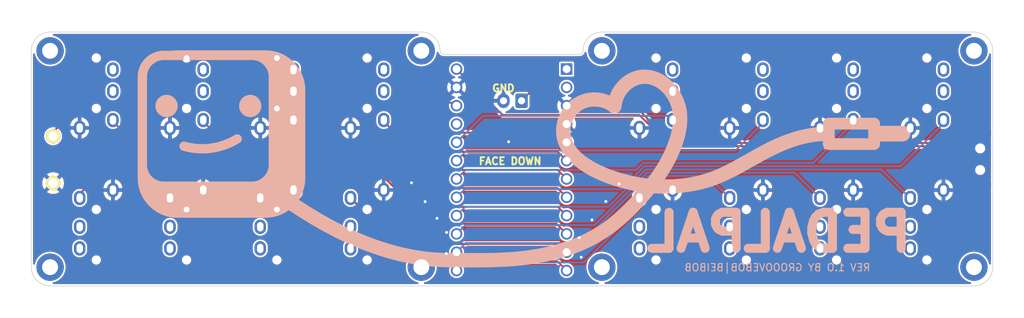
<source format=kicad_pcb>
(kicad_pcb (version 20211014) (generator pcbnew)
  (title_block (title "PedalPal") (date "2022-06-22") (rev "1.0") (company "BeiBob"))
  (layers (0 "F.Cu" signal) (31 "B.Cu" signal) (34 "B.Paste" user) (35 "F.Paste" user) (36 "B.SilkS" user "B.Silkscreen") (37 "F.SilkS" user "F.Silkscreen") (38 "B.Mask" user) (39 "F.Mask" user) (44 "Edge.Cuts" user))
  (net 0 "")
  (net 1 "BAT")
  (net 2 "GND")
  (net 3 "U1")
  (net 4 "U2")
  (net 5 "U3")
  (net 6 "U4")
  (net 7 "U5")
  (net 8 "U6")
  (net 9 "U7")
  (net 10 "U16")
  (net 11 "U15")
  (net 12 "U14")
  (net 13 "U13")
  (net 14 "U12")
  (net 15 "U11")
  (net 16 "U10")
  (net 17 "U9")
  (net 19 "RST")
  (net 20 "U8")
  (net 31 "RAW")
  (footprint "resetswitch:TRRS-PJ-320A" (layer "F.Cu") (at 142.4825 17.9)
    (fp_text reference "U12")
    (fp_text value "TRRS")
  )
  (footprint "MountingHole:MountingHole_2.2mm_M2_DIN965_Pad" (layer "F.Cu") (at 21.0825 18.5)
    (fp_text reference "H3")
    (fp_text value "MountingHole_Pad")
  )
  (footprint "resetswitch:TRRS-PJ-320A" (layer "F.Cu") (at 104.9825 49.1 180)
    (fp_text reference "U16")
    (fp_text value "TRRS")
  )
  (footprint "resetswitch:TRRS-PJ-320A" (layer "F.Cu") (at 52.4825 17.9)
    (fp_text reference "U2")
    (fp_text value "TRRS")
  )
  (footprint "MountingHole:MountingHole_2.2mm_M2_DIN965_Pad" (layer "F.Cu") (at 72.4825 18.5)
    (fp_text reference "H6")
    (fp_text value "MountingHole_Pad")
  )
  (footprint "MountingHole:MountingHole_2.2mm_M2_DIN965_Pad" (layer "F.Cu") (at 149 48.5)
    (fp_text reference "H1")
    (fp_text value "MountingHole_Pad")
  )
  (footprint "Button_Switch_SMD:SW_SPDT_PCM12" (layer "F.Cu") (at 149.5375 33.53 90)
    (fp_text reference "SW2")
    (fp_text value "SW_Push_SPDT")
  )
  (footprint "resetswitch:TRRS-PJ-320A" (layer "F.Cu") (at 142.4825 49.1 180)
    (fp_text reference "U13")
    (fp_text value "TRRS")
  )
  (footprint "resetswitch:TRRS-PJ-320A" (layer "F.Cu") (at 117.4825 17.9)
    (fp_text reference "U10")
    (fp_text value "TRRS")
  )
  (footprint "Connector_JST:JST_EH_B2B-EH-A_1x02_P2.50mm_Vertical" (layer "F.Cu") (at 86.36 25.43 180)
    (fp_text reference "J1")
    (fp_text value "Conn_01x02_Male")
  )
  (footprint "resetswitch:TRRS-PJ-320A" (layer "F.Cu") (at 27.4825 49.1 180)
    (fp_text reference "U5")
    (fp_text value "TRRS")
  )
  (footprint "resetswitch:TRRS-PJ-320A" (layer "F.Cu") (at 52.4825 49.1 180)
    (fp_text reference "U7")
    (fp_text value "TRRS")
  )
  (footprint "MountingHole:MountingHole_2.2mm_M2_DIN965_Pad" (layer "F.Cu") (at 21.0825 48.5)
    (fp_text reference "H4")
    (fp_text value "MountingHole_Pad")
  )
  (footprint "MountingHole:MountingHole_2.2mm_M2_DIN965_Pad" (layer "F.Cu") (at 72.4825 48.5)
    (fp_text reference "H5")
    (fp_text value "MountingHole_Pad")
  )
  (footprint "MountingHole:MountingHole_2.2mm_M2_DIN965_Pad" (layer "F.Cu") (at 149 18.5)
    (fp_text reference "H2")
    (fp_text value "MountingHole_Pad")
  )
  (footprint "resetswitch:TRRS-PJ-320A" (layer "F.Cu") (at 104.9825 17.9)
    (fp_text reference "U9")
    (fp_text value "TRRS")
  )
  (footprint "MountingHole:MountingHole_2.2mm_M2_DIN965_Pad" (layer "F.Cu") (at 97.4825 48.5)
    (fp_text reference "H7")
    (fp_text value "MountingHole_Pad")
  )
  (footprint "resetswitch:ResetSW" (layer "F.Cu") (at 21.5 33.6 -90)
    (fp_text reference "SW1" hide)
    (fp_text value "SW_Push")
  )
  (footprint "resetswitch:TRRS-PJ-320A" (layer "F.Cu") (at 129.9825 17.9)
    (fp_text reference "U11")
    (fp_text value "TRRS")
  )
  (footprint "resetswitch:TRRS-PJ-320A" (layer "F.Cu") (at 27.4825 17.9)
    (fp_text reference "U4")
    (fp_text value "TRRS")
  )
  (footprint "resetswitch:TRRS-PJ-320A" (layer "F.Cu") (at 64.9825 17.9)
    (fp_text reference "U1")
    (fp_text value "TRRS")
  )
  (footprint "resetswitch:TRRS-PJ-320A" (layer "F.Cu") (at 39.9825 49.1 180)
    (fp_text reference "U6")
    (fp_text value "TRRS")
  )
  (footprint "MountingHole:MountingHole_2.2mm_M2_DIN965_Pad" (layer "F.Cu") (at 97.4825 18.5)
    (fp_text reference "H8")
    (fp_text value "MountingHole_Pad")
  )
  (footprint "resetswitch:TRRS-PJ-320A" (layer "F.Cu") (at 39.9825 17.9)
    (fp_text reference "U3")
    (fp_text value "TRRS")
  )
  (footprint "resetswitch:TRRS-PJ-320A" (layer "F.Cu") (at 129.9825 49.1 180)
    (fp_text reference "U14")
    (fp_text value "TRRS")
  )
  (footprint "resetswitch:TRRS-PJ-320A" (layer "F.Cu") (at 64.9825 49.1 180)
    (fp_text reference "U8")
    (fp_text value "TRRS")
  )
  (footprint "resetswitch:TRRS-PJ-320A" (layer "F.Cu") (at 117.4825 49.1 180)
    (fp_text reference "U15")
    (fp_text value "TRRS")
  )
  (footprint "ProMicrooo:ProMicro-NoSilk" (layer "B.Cu") (at 84.9825 35 -90)
    (fp_text reference "U17" hide)
    (fp_text value "ProMicro")
  )
  (gr_poly (pts (xy 48.867901 24.736039) (xy 48.939696 24.741498) (xy 49.010447 24.750488) (xy 49.080065 24.762919) (xy 49.148461 24.778704) (xy 49.215546 24.797753) (xy 49.281232 24.819977) (xy 49.34543 24.845288) (xy 49.408051 24.873597) (xy 49.469005 24.904815) (xy 49.528206 24.938853) (xy 49.585562 24.975623) (xy 49.640987 25.015035) (xy 49.694391 25.057001) (xy 49.745684 25.101432) (xy 49.794779 25.14824) (xy 49.841587 25.197335) (xy 49.886018 25.248629) (xy 49.927984 25.302032) (xy 49.967397 25.357457) (xy 50.004166 25.414813) (xy 50.038205 25.474014) (xy 50.069422 25.534969) (xy 50.097731 25.597589) (xy 50.123042 25.661787) (xy 50.145267 25.727473) (xy 50.164315 25.794558) (xy 50.1801 25.862955) (xy 50.192531 25.932572) (xy 50.201521 26.003323) (xy 50.20698 26.075119) (xy 50.208819 26.147869) (xy 50.20698 26.220629) (xy 50.201521 26.292453) (xy 50.192531 26.36325) (xy 50.1801 26.432931) (xy 50.164315 26.501404) (xy 50.145267 26.568582) (xy 50.123042 26.634372) (xy 50.097731 26.698685) (xy 50.069422 26.761432) (xy 50.038205 26.822521) (xy 50.004166 26.881864) (xy 49.967397 26.939369) (xy 49.927984 26.994947) (xy 49.886018 27.048508) (xy 49.841587 27.099961) (xy 49.794779 27.149217) (xy 49.745684 27.196186) (xy 49.694391 27.240777) (xy 49.640987 27.2829) (xy 49.585562 27.322466) (xy 49.528206 27.359384) (xy 49.469005 27.393564) (xy 49.408051 27.424917) (xy 49.34543 27.453351) (xy 49.281232 27.478778) (xy 49.215546 27.501107) (xy 49.148461 27.520247) (xy 49.080065 27.53611) (xy 49.010447 27.548604) (xy 48.939696 27.55764) (xy 48.867901 27.563127) (xy 48.79515 27.564977) (xy 48.72239 27.563127) (xy 48.650566 27.55764) (xy 48.579769 27.548604) (xy 48.510088 27.53611) (xy 48.441614 27.520247) (xy 48.374437 27.501107) (xy 48.308647 27.478778) (xy 48.244333 27.453351) (xy 48.181587 27.424917) (xy 48.120498 27.393564) (xy 48.061155 27.359384) (xy 48.00365 27.322466) (xy 47.948072 27.2829) (xy 47.894511 27.240777) (xy 47.843058 27.196186) (xy 47.793802 27.149217) (xy 47.746833 27.099961) (xy 47.702242 27.048508) (xy 47.660119 26.994947) (xy 47.620553 26.939369) (xy 47.583635 26.881864) (xy 47.549454 26.822522) (xy 47.518102 26.761432) (xy 47.489667 26.698686) (xy 47.464241 26.634372) (xy 47.441912 26.568582) (xy 47.422772 26.501405) (xy 47.406909 26.432931) (xy 47.394415 26.36325) (xy 47.385379 26.292453) (xy 47.379891 26.220629) (xy 47.378042 26.147869) (xy 47.379891 26.075119) (xy 47.385379 26.003324) (xy 47.394415 25.932573) (xy 47.406909 25.862955) (xy 47.422772 25.794559) (xy 47.441912 25.727473) (xy 47.464241 25.661787) (xy 47.489667 25.59759) (xy 47.518102 25.534969) (xy 47.549454 25.474014) (xy 47.583635 25.414814) (xy 47.620553 25.357457) (xy 47.660119 25.302032) (xy 47.702242 25.248629) (xy 47.746833 25.197335) (xy 47.793802 25.14824) (xy 47.843058 25.101433) (xy 47.894511 25.057001) (xy 47.948072 25.015035) (xy 48.00365 24.975623) (xy 48.061155 24.938853) (xy 48.120498 24.904815) (xy 48.181587 24.873597) (xy 48.244333 24.845288) (xy 48.308647 24.819977) (xy 48.374437 24.797753) (xy 48.441614 24.778704) (xy 48.510088 24.762919) (xy 48.579769 24.750488) (xy 48.650566 24.741498) (xy 48.72239 24.736039) (xy 48.79515 24.7342)) (layer "B.SilkS") (width 0.26) (fill solid))
  (gr_poly (pts (xy 37.272347 24.735838) (xy 37.340062 24.740702) (xy 37.40683 24.74871) (xy 37.47258 24.759781) (xy 37.537241 24.773835) (xy 37.600744 24.790791) (xy 37.663018 24.810568) (xy 37.723992 24.833087) (xy 37.783595 24.858266) (xy 37.841757 24.886024) (xy 37.898408 24.916282) (xy 37.953476 24.948958) (xy 38.006892 24.983972) (xy 38.058585 25.021243) (xy 38.108484 25.06069) (xy 38.156519 25.102234) (xy 38.208781 25.151954) (xy 38.258437 25.2043) (xy 38.305383 25.259154) (xy 38.349512 25.316402) (xy 38.390719 25.375927) (xy 38.428898 25.437613) (xy 38.463943 25.501346) (xy 38.495748 25.567008) (xy 38.524208 25.634483) (xy 38.549217 25.703657) (xy 38.570668 25.774413) (xy 38.588456 25.846635) (xy 38.602476 25.920208) (xy 38.612621 25.995014) (xy 38.618785 26.07094) (xy 38.620863 26.147868) (xy 38.620863 26.147869) (xy 38.618785 26.224796) (xy 38.612621 26.300722) (xy 38.602476 26.375528) (xy 38.588456 26.449101) (xy 38.570668 26.521323) (xy 38.549217 26.592079) (xy 38.524208 26.661252) (xy 38.495748 26.728728) (xy 38.463943 26.79439) (xy 38.428898 26.858122) (xy 38.390719 26.919808) (xy 38.349512 26.979334) (xy 38.305383 27.036581) (xy 38.258437 27.091436) (xy 38.208781 27.143781) (xy 38.156519 27.193501) (xy 38.108484 27.23565) (xy 38.058585 27.275628) (xy 38.006893 27.313358) (xy 37.953477 27.348766) (xy 37.898408 27.381775) (xy 37.841757 27.412311) (xy 37.783595 27.440297) (xy 37.723992 27.465658) (xy 37.663018 27.488319) (xy 37.600745 27.508203) (xy 37.537242 27.525235) (xy 37.47258 27.53934) (xy 37.40683 27.550443) (xy 37.340062 27.558466) (xy 37.272347 27.563336) (xy 37.203755 27.564976) (xy 37.131004 27.563127) (xy 37.059209 27.557639) (xy 36.988458 27.548603) (xy 36.91884 27.536109) (xy 36.850444 27.520247) (xy 36.783359 27.501106) (xy 36.717673 27.478777) (xy 36.653475 27.453351) (xy 36.590854 27.424916) (xy 36.529899 27.393564) (xy 36.470699 27.359383) (xy 36.413342 27.322465) (xy 36.357918 27.282899) (xy 36.304514 27.240776) (xy 36.253221 27.196185) (xy 36.204126 27.149216) (xy 36.157318 27.09996) (xy 36.112887 27.048507) (xy 36.070921 26.994946) (xy 36.031508 26.939368) (xy 35.994739 26.881863) (xy 35.9607 26.822521) (xy 35.929483 26.761431) (xy 35.901174 26.698685) (xy 35.875863 26.634371) (xy 35.853638 26.568581) (xy 35.83459 26.501404) (xy 35.818805 26.43293) (xy 35.806374 26.363249) (xy 35.797384 26.292452) (xy 35.791925 26.220628) (xy 35.790086 26.147868) (xy 35.791925 26.075117) (xy 35.797384 26.003322) (xy 35.806374 25.932571) (xy 35.818805 25.862953) (xy 35.83459 25.794557) (xy 35.853638 25.727472) (xy 35.875863 25.661786) (xy 35.901174 25.597588) (xy 35.929483 25.534967) (xy 35.9607 25.474012) (xy 35.994739 25.414812) (xy 36.031508 25.357455) (xy 36.070921 25.302031) (xy 36.112887 25.248627) (xy 36.157318 25.197334) (xy 36.204126 25.148239) (xy 36.253221 25.101431) (xy 36.304514 25.057) (xy 36.357918 25.015034) (xy 36.413342 24.975621) (xy 36.470699 24.938852) (xy 36.529899 24.904813) (xy 36.590854 24.873596) (xy 36.653475 24.845287) (xy 36.717673 24.819976) (xy 36.783359 24.797751) (xy 36.850444 24.778703) (xy 36.91884 24.762918) (xy 36.988458 24.750487) (xy 37.059209 24.741497) (xy 37.131004 24.736038) (xy 37.203755 24.734199)) (layer "B.SilkS") (width 0.26) (fill solid))
  (gr_poly (pts (xy 51.177403 18.567165) (xy 51.451008 18.587991) (xy 51.720649 18.622286) (xy 51.985987 18.669711) (xy 52.246681 18.729926) (xy 52.502393 18.802591) (xy 52.752784 18.887367) (xy 52.997513 18.983915) (xy 53.236241 19.091896) (xy 53.468629 19.210969) (xy 53.694337 19.340796) (xy 53.913027 19.481036) (xy 54.124357 19.631351) (xy 54.327989 19.7914) (xy 54.523584 19.960845) (xy 54.710802 20.139347) (xy 54.889303 20.326564) (xy 55.058748 20.522159) (xy 55.218798 20.725791) (xy 55.369112 20.937122) (xy 55.509353 21.155811) (xy 55.639179 21.381519) (xy 55.758252 21.613907) (xy 55.866233 21.852635) (xy 55.962781 22.097364) (xy 56.047558 22.347755) (xy 56.120223 22.603467) (xy 56.180438 22.864161) (xy 56.227862 23.129499) (xy 56.262157 23.39914) (xy 56.282983 23.672745) (xy 56.29 23.949975) (xy 56.29 36.146733) (xy 56.285954 36.355987) (xy 56.273918 36.563171) (xy 56.254041 36.768148) (xy 56.226475 36.970782) (xy 56.191372 37.170937) (xy 56.148883 37.368477) (xy 56.099158 37.563266) (xy 56.042349 37.755168) (xy 55.978608 37.944047) (xy 55.908085 38.129767) (xy 55.830931 38.312192) (xy 55.747297 38.491186) (xy 55.657336 38.666612) (xy 55.561197 38.838335) (xy 55.459033 39.006219) (xy 55.350994 39.170127) (xy 55.350391 39.172061) (xy 55.349878 39.17399) (xy 55.349467 39.175909) (xy 55.349167 39.177813) (xy 55.348987 39.179696) (xy 55.348938 39.181555) (xy 55.348966 39.182473) (xy 55.34903 39.183383) (xy 55.349133 39.184284) (xy 55.349274 39.185176) (xy 55.349456 39.186057) (xy 55.349679 39.186928) (xy 55.349945 39.187788) (xy 55.350255 39.188635) (xy 55.35061 39.18947) (xy 55.351012 39.190292) (xy 55.351462 39.1911) (xy 55.351961 39.191894) (xy 55.35251 39.192672) (xy 55.353111 39.193435) (xy 55.353765 39.194181) (xy 55.354473 39.19491) (xy 55.355236 39.195622) (xy 55.356057 39.196315) (xy 55.356935 39.196989) (xy 55.357872 39.197644) (xy 56.963943 40.233853) (xy 58.601615 41.221894) (xy 60.271211 42.153907) (xy 61.973052 43.022032) (xy 62.836166 43.42968) (xy 63.707462 43.818409) (xy 64.586981 44.187236) (xy 65.474763 44.535179) (xy 66.370849 44.861255) (xy 67.275278 45.164481) (xy 68.188091 45.443876) (xy 69.109328 45.698456) (xy 70.014885 45.921123) (xy 70.925481 46.11642) (xy 71.840672 46.283422) (xy 72.760015 46.421201) (xy 73.683066 46.528829) (xy 74.609382 46.60538) (xy 75.53852 46.649927) (xy 76.470035 46.661542) (xy 79.580708 46.67143) (xy 81.13524 46.671699) (xy 82.688804 46.647783) (xy 84.562913 46.561108) (xy 85.499058 46.488814) (xy 86.43295 46.394865) (xy 87.363357 46.277498) (xy 88.289042 46.134948) (xy 89.208772 45.965453) (xy 90.121312 45.767248) (xy 91.025428 45.538572) (xy 91.919885 45.277659) (xy 92.803449 44.982747) (xy 93.674885 44.652071) (xy 94.53296 44.28387) (xy 95.376438 43.876378) (xy 96.204084 43.427834) (xy 97.014666 42.936472) (xy 97.404145 42.679722) (xy 97.78718 42.41287) (xy 98.163938 42.136455) (xy 98.534583 41.851016) (xy 98.899284 41.557092) (xy 99.258206 41.255223) (xy 99.611514 40.945947) (xy 99.959377 40.629803) (xy 100.301959 40.307331) (xy 100.639427 39.979071) (xy 101.299686 39.307337) (xy 101.941485 38.618917) (xy 102.566153 37.918122) (xy 102.56707 37.916813) (xy 102.567889 37.915468) (xy 102.568608 37.914094) (xy 102.569231 37.912694) (xy 102.569758 37.911274) (xy 102.570191 37.909839) (xy 102.57053 37.908394) (xy 102.570777 37.906943) (xy 102.570934 37.905493) (xy 102.571001 37.904048) (xy 102.57098 37.902613) (xy 102.570872 37.901193) (xy 102.570678 37.899793) (xy 102.5704 37.898418) (xy 102.570039 37.897074) (xy 102.569595 37.895765) (xy 102.569072 37.894496) (xy 102.568468 37.893273) (xy 102.567787 37.892099) (xy 102.567029 37.890982) (xy 102.566195 37.889925) (xy 102.565287 37.888933) (xy 102.564306 37.888012) (xy 102.563253 37.887166) (xy 102.562129 37.886401) (xy 102.560937 37.885722) (xy 102.559676 37.885133) (xy 102.558348 37.88464) (xy 102.556955 37.884248) (xy 102.555498 37.883962) (xy 102.553978 37.883786) (xy 102.552396 37.883727) (xy 101.852751 37.76058) (xy 101.157539 37.615708) (xy 100.467325 37.449311) (xy 99.782673 37.261592) (xy 99.104148 37.052752) (xy 98.432314 36.822992) (xy 97.767735 36.572514) (xy 97.110977 36.301519) (xy 96.526618 36.035552) (xy 95.941412 35.739496) (xy 95.36201 35.413491) (xy 94.795064 35.057679) (xy 94.247223 34.672201) (xy 93.725138 34.257197) (xy 93.235461 33.812808) (xy 92.784842 33.339177) (xy 92.576258 33.091439) (xy 92.379932 32.836444) (xy 92.196696 32.574208) (xy 92.027381 32.304749) (xy 91.872819 32.028086) (xy 91.733841 31.744235) (xy 91.611278 31.453214) (xy 91.505962 31.155042) (xy 91.418723 30.849734) (xy 91.350394 30.537311) (xy 91.301806 30.217788) (xy 91.27379 29.891183) (xy 91.267447 29.571142) (xy 92.989597 29.571142) (xy 92.995618 29.855846) (xy 93.024735 30.139946) (xy 93.077401 30.42194) (xy 93.154071 30.700326) (xy 93.255197 30.973603) (xy 93.36946 31.222536) (xy 93.498742 31.462555) (xy 93.642021 31.693858) (xy 93.798274 31.916641) (xy 93.966478 32.1311) (xy 94.145611 32.337432) (xy 94.334649 32.535834) (xy 94.532571 32.726501) (xy 94.738352 32.909631) (xy 94.95097 33.08542) (xy 95.169403 33.254065) (xy 95.392628 33.415761) (xy 95.619621 33.570706) (xy 95.849361 33.719096) (xy 96.080824 33.861128) (xy 96.312987 33.996997) (xy 96.603203 34.157642) (xy 96.897138 34.312035) (xy 97.495235 34.602525) (xy 98.105425 34.869395) (xy 98.725853 35.113572) (xy 99.354665 35.335983) (xy 99.990008 35.537555) (xy 100.630026 35.719214) (xy 101.272867 35.881889) (xy 101.593541 35.956707) (xy 101.915746 36.026406) (xy 102.239403 36.091025) (xy 102.56443 36.150607) (xy 102.890747 36.20519) (xy 103.218273 36.254815) (xy 103.546928 36.299523) (xy 103.876631 36.339354) (xy 103.877598 36.339637) (xy 103.878564 36.339844) (xy 103.879525 36.339978) (xy 103.880481 36.340046) (xy 103.881429 36.34005) (xy 103.882368 36.339996) (xy 103.883296 36.339888) (xy 103.88421 36.33973) (xy 103.885109 36.339527) (xy 103.885991 36.339283) (xy 103.886854 36.339002) (xy 103.887697 36.338689) (xy 103.888517 36.338348) (xy 103.889312 36.337984) (xy 103.890081 36.337601) (xy 103.890821 36.337204) (xy 103.891531 36.336797) (xy 103.892209 36.336384) (xy 103.893461 36.335558) (xy 103.894563 36.334763) (xy 103.895497 36.334033) (xy 103.896251 36.333404) (xy 103.896807 36.332911) (xy 103.897271 36.332475) (xy 103.893829 36.329036) (xy 104.396781 35.655717) (xy 104.878571 34.955836) (xy 105.110158 34.596803) (xy 105.334806 34.232173) (xy 105.551968 33.862292) (xy 105.761093 33.487509) (xy 105.961632 33.108172) (xy 106.153038 32.724627) (xy 106.334759 32.337223) (xy 106.506247 31.946307) (xy 106.666953 31.552227) (xy 106.816327 31.15533) (xy 106.953821 30.755965) (xy 107.078885 30.354479) (xy 107.151991 30.095879) (xy 107.218745 29.834941) (xy 107.278595 29.571987) (xy 107.330994 29.307341) (xy 107.375392 29.041324) (xy 107.411239 28.77426) (xy 107.437987 28.506469) (xy 107.455086 28.238276) (xy 107.461988 27.970002) (xy 107.458143 27.701969) (xy 107.443001 27.434501) (xy 107.416014 27.16792) (xy 107.376632 26.902548) (xy 107.324307 26.638708) (xy 107.258488 26.376722) (xy 107.178627 26.116913) (xy 107.103613 25.908976) (xy 107.019312 25.703437) (xy 106.925952 25.500841) (xy 106.82376 25.301731) (xy 106.712962 25.106652) (xy 106.593785 24.916148) (xy 106.466455 24.730764) (xy 106.3312 24.551042) (xy 106.188247 24.377528) (xy 106.037821 24.210765) (xy 105.88015 24.051298) (xy 105.715461 23.899671) (xy 105.543979 23.756428) (xy 105.365933 23.622113) (xy 105.181548 23.49727) (xy 104.991051 23.382444) (xy 104.802096 23.282537) (xy 104.609629 23.195705) (xy 104.414168 23.122044) (xy 104.216234 23.061649) (xy 104.016344 23.014616) (xy 103.815019 22.98104) (xy 103.612776 22.961018) (xy 103.410136 22.954645) (xy 103.207616 22.962018) (xy 103.005736 22.98323) (xy 102.805015 23.018379) (xy 102.605971 23.06756) (xy 102.409125 23.130869) (xy 102.214994 23.208402) (xy 102.024098 23.300254) (xy 101.836956 23.406521) (xy 101.660283 23.522612) (xy 101.490444 23.649858) (xy 101.327899 23.787564) (xy 101.173114 23.935034) (xy 101.026552 24.091574) (xy 100.888677 24.256487) (xy 100.759951 24.42908) (xy 100.640838 24.608655) (xy 100.531803 24.794519) (xy 100.433308 24.985975) (xy 100.345818 25.182328) (xy 100.269794 25.382884) (xy 100.205703 25.586946) (xy 100.154005 25.79382) (xy 100.115166 26.002809) (xy 100.089649 26.21322) (xy 100.081092 26.285009) (xy 100.068432 26.353942) (xy 100.05184 26.419963) (xy 100.031485 26.483019) (xy 100.007538 26.543055) (xy 99.980169 26.600015) (xy 99.949547 26.653845) (xy 99.915843 26.70449) (xy 99.879226 26.751895) (xy 99.839868 26.796006) (xy 99.797937 26.836767) (xy 99.753605 26.874124) (xy 99.70704 26.908023) (xy 99.658414 26.938407) (xy 99.607895 26.965224) (xy 99.555654 26.988417) (xy 99.501862 27.007931) (xy 99.446688 27.023713) (xy 99.390302 27.035708) (xy 99.332875 27.04386) (xy 99.274575 27.048114) (xy 99.215574 27.048417) (xy 99.156042 27.044713) (xy 99.096148 27.036947) (xy 99.036063 27.025065) (xy 98.975956 27.009011) (xy 98.915998 26.988732) (xy 98.856358 26.964172) (xy 98.797207 26.935276) (xy 98.738715 26.901989) (xy 98.681052 26.864258) (xy 98.624387 26.822027) (xy 98.50921 26.735175) (xy 98.390218 26.653908) (xy 98.267668 26.57823) (xy 98.141816 26.508145) (xy 98.012918 26.443654) (xy 97.881231 26.384762) (xy 97.610513 26.283786) (xy 97.331715 26.205241) (xy 97.046885 26.149152) (xy 96.758075 26.115545) (xy 96.467336 26.104444) (xy 96.176717 26.115875) (xy 95.88827 26.149864) (xy 95.604045 26.206435) (xy 95.326094 26.285613) (xy 95.056465 26.387424) (xy 94.925413 26.446825) (xy 94.797211 26.511894) (xy 94.672115 26.582633) (xy 94.550382 26.659046) (xy 94.432267 26.741136) (xy 94.318028 26.828906) (xy 94.099919 27.021165) (xy 93.899918 27.229335) (xy 93.718479 27.451916) (xy 93.556054 27.687404) (xy 93.413099 27.9343) (xy 93.290065 28.191102) (xy 93.187407 28.456307) (xy 93.105577 28.728416) (xy 93.04503 29.005925) (xy 93.006219 29.287334) (xy 92.989597 29.571142) (xy 91.267447 29.571142) (xy 91.267177 29.557514) (xy 91.282799 29.2168) (xy 91.321486 28.869056) (xy 91.384072 28.514302) (xy 91.463829 28.188763) (xy 91.564556 27.870556) (xy 91.685457 27.560561) (xy 91.825735 27.25966) (xy 91.984596 26.968736) (xy 92.161243 26.688669) (xy 92.354879 26.420342) (xy 92.564709 26.164636) (xy 92.789936 25.922434) (xy 93.029765 25.694616) (xy 93.283399 25.482065) (xy 93.550043 25.285662) (xy 93.828899 25.106289) (xy 94.119174 24.944827) (xy 94.420069 24.802159) (xy 94.730789 24.679167) (xy 94.97313 24.598799) (xy 95.217481 24.531688) (xy 95.463435 24.477626) (xy 95.710583 24.436407) (xy 95.958518 24.407825) (xy 96.20683 24.391673) (xy 96.455112 24.387743) (xy 96.702956 24.395831) (xy 96.949954 24.415728) (xy 97.195697 24.44723) (xy 97.439778 24.490128) (xy 97.681787 24.544217) (xy 97.921318 24.609289) (xy 98.157962 24.685139) (xy 98.39131 24.771559) (xy 98.620955 24.868343) (xy 98.621932 24.868948) (xy 98.622927 24.869474) (xy 98.623937 24.869924) (xy 98.624959 24.870298) (xy 98.625992 24.8706) (xy 98.627032 24.87083) (xy 98.628077 24.870991) (xy 98.629125 24.871084) (xy 98.630172 24.871112) (xy 98.631217 24.871077) (xy 98.632257 24.870979) (xy 98.63329 24.870822) (xy 98.634312 24.870607) (xy 98.635322 24.870336) (xy 98.636317 24.870011) (xy 98.637294 24.869633) (xy 98.638251 24.869205) (xy 98.639185 24.868729) (xy 98.640094 24.868206) (xy 98.640975 24.867638) (xy 98.641826 24.867027) (xy 98.642645 24.866376) (xy 98.643428 24.865685) (xy 98.644173 24.864958) (xy 98.644878 24.864195) (xy 98.64554 24.863398) (xy 98.646157 24.86257) (xy 98.646726 24.861713) (xy 98.647245 24.860828) (xy 98.647711 24.859917) (xy 98.648121 24.858982) (xy 98.648473 24.858025) (xy 98.682983 24.75645) (xy 98.719468 24.655519) (xy 98.757968 24.555234) (xy 98.798524 24.455594) (xy 98.841176 24.356598) (xy 98.885965 24.258248) (xy 98.93293 24.160542) (xy 98.982112 24.063481) (xy 99.110245 23.828993) (xy 99.25052 23.600602) (xy 99.402424 23.378922) (xy 99.565444 23.164567) (xy 99.739064 22.958154) (xy 99.922771 22.760295) (xy 100.116052 22.571607) (xy 100.318391 22.392703) (xy 100.529276 22.224199) (xy 100.748192 22.066709) (xy 100.974625 21.920847) (xy 101.208062 21.787229) (xy 101.447988 21.666469) (xy 101.69389 21.559182) (xy 101.945253 21.465983) (xy 102.201564 21.387485) (xy 102.46216 21.325283) (xy 102.724977 21.279078) (xy 102.989336 21.248583) (xy 103.254557 21.23351) (xy 103.51996 21.233573) (xy 103.784864 21.248484) (xy 104.048589 21.277957) (xy 104.310454 21.321703) (xy 104.569781 21.379436) (xy 104.825888 21.450869) (xy 105.078095 21.535714) (xy 105.325722 21.633684) (xy 105.56809 21.744492) (xy 105.804516 21.867851) (xy 106.034323 22.003474) (xy 106.256829 22.151073) (xy 106.481279 22.316764) (xy 106.697934 22.491161) (xy 106.906659 22.673943) (xy 107.107318 22.864786) (xy 107.299774 23.063368) (xy 107.483892 23.269367) (xy 107.659535 23.48246) (xy 107.826567 23.702325) (xy 107.984852 23.928639) (xy 108.134255 24.161079) (xy 108.274639 24.399324) (xy 108.405869 24.643051) (xy 108.527807 24.891937) (xy 108.640318 25.14566) (xy 108.743267 25.403897) (xy 108.836516 25.666327) (xy 108.928182 25.965001) (xy 109.004893 26.267354) (xy 109.067175 26.57287) (xy 109.11555 26.881037) (xy 109.150543 27.19134) (xy 109.172678 27.503266) (xy 109.182479 27.8163) (xy 109.180471 28.129928) (xy 109.167176 28.443637) (xy 109.143119 28.756913) (xy 109.108824 29.069242) (xy 109.064815 29.380109) (xy 109.011616 29.689001) (xy 108.949751 29.995405) (xy 108.879745 30.298805) (xy 108.80212 30.598689) (xy 108.689719 30.987029) (xy 108.566863 31.37289) (xy 108.4339 31.756132) (xy 108.291178 32.136612) (xy 108.139044 32.51419) (xy 107.977846 32.888725) (xy 107.807932 33.260076) (xy 107.629649 33.628101) (xy 107.443345 33.99266) (xy 107.249367 34.353611) (xy 107.048063 34.710814) (xy 106.839782 35.064127) (xy 106.624869 35.413409) (xy 106.403674 35.75852) (xy 105.943825 36.435661) (xy 105.942917 36.436961) (xy 105.942128 36.438276) (xy 105.941455 36.439604) (xy 105.940895 36.440941) (xy 105.940447 36.442283) (xy 105.940106 36.443627) (xy 105.939871 36.444968) (xy 105.93974 36.446302) (xy 105.939709 36.447627) (xy 105.939777 36.448937) (xy 105.93994 36.45023) (xy 105.940197 36.451502) (xy 105.940544 36.452748) (xy 105.940979 36.453966) (xy 105.9415 36.45515) (xy 105.942105 36.456298) (xy 105.942789 36.457406) (xy 105.943552 36.45847) (xy 105.944391 36.459486) (xy 105.945302 36.46045) (xy 105.946285 36.461359) (xy 105.947335 36.462209) (xy 105.94845 36.462995) (xy 105.949629 36.463715) (xy 105.950868 36.464364) (xy 105.952165 36.464939) (xy 105.953518 36.465436) (xy 105.954923 36.465851) (xy 105.956379 36.466181) (xy 105.957882 36.466421) (xy 105.959431 36.466568) (xy 105.961023 36.466617) (xy 106.680709 36.465583) (xy 107.399468 36.438993) (xy 108.116051 36.386446) (xy 108.829208 36.307537) (xy 109.537689 36.201864) (xy 110.240244 36.069023) (xy 110.935625 35.908613) (xy 111.622582 35.720228) (xy 112.135316 35.558363) (xy 112.640764 35.379468) (xy 113.139542 35.185054) (xy 113.632263 34.976633) (xy 114.119544 34.755717) (xy 114.601997 34.523818) (xy 115.554883 34.033113) (xy 119.296293 31.933248) (xy 120.3389 31.387375) (xy 121.396261 30.884389) (xy 121.767427 30.722514) (xy 129.58751 30.722514) (xy 129.587569 30.723481) (xy 129.587742 30.724446) (xy 129.588021 30.725408) (xy 129.588397 30.726364) (xy 129.588865 30.727312) (xy 129.589415 30.728251) (xy 129.590041 30.729178) (xy 129.590735 30.730092) (xy 129.59149 30.730992) (xy 129.592297 30.731874) (xy 129.59315 30.732737) (xy 129.594041 30.733579) (xy 129.595905 30.735194) (xy 129.59783 30.736703) (xy 129.599755 30.738091) (xy 129.60162 30.739343) (xy 129.603363 30.740444) (xy 129.604925 30.741379) (xy 129.607263 30.742689) (xy 129.60815 30.743153) (xy 134.471724 30.743153) (xy 134.472691 30.743093) (xy 134.473656 30.742921) (xy 134.474617 30.742642) (xy 134.475573 30.742266) (xy 134.476521 30.741798) (xy 134.477459 30.741248) (xy 134.478387 30.740622) (xy 134.479301 30.739928) (xy 134.4802 30.739173) (xy 134.481082 30.738366) (xy 134.482788 30.736622) (xy 134.484403 30.734758) (xy 134.485912 30.732833) (xy 134.487301 30.730908) (xy 134.488553 30.729044) (xy 134.489655 30.727301) (xy 134.49059 30.725739) (xy 134.4919 30.723401) (xy 134.492364 30.722514) (xy 134.492364 29.305406) (xy 134.492305 29.304439) (xy 134.492132 29.303474) (xy 134.491854 29.302513) (xy 134.491477 29.301557) (xy 134.49101 29.300609) (xy 134.490459 29.29967) (xy 134.489833 29.298743) (xy 134.489139 29.297829) (xy 134.488385 29.29693) (xy 134.487577 29.296048) (xy 134.485834 29.294342) (xy 134.483969 29.292727) (xy 134.482044 29.291218) (xy 134.480119 29.28983) (xy 134.478255 29.288578) (xy 134.476511 29.287477) (xy 134.474949 29.286542) (xy 134.472611 29.285232) (xy 134.471724 29.284769) (xy 129.60815 29.284769) (xy 129.607183 29.284828) (xy 129.606217 29.285) (xy 129.605255 29.285279) (xy 129.604299 29.285655) (xy 129.60335 29.286123) (xy 129.602411 29.286673) (xy 129.601484 29.287299) (xy 129.600569 29.287993) (xy 129.59967 29.288748) (xy 129.598788 29.289555) (xy 129.597925 29.290408) (xy 129.597082 29.291298) (xy 129.595467 29.293163) (xy 129.593958 29.295087) (xy 129.59257 29.297012) (xy 129.591318 29.298876) (xy 129.590218 29.300619) (xy 129.589283 29.302181) (xy 129.587974 29.304519) (xy 129.58751 29.305406) (xy 129.58751 30.722514) (xy 121.767427 30.722514) (xy 121.930952 30.651196) (xy 122.469906 30.431385) (xy 123.013315 30.225843) (xy 123.561369 30.035457) (xy 124.11426 29.861113) (xy 124.67218 29.703698) (xy 125.23532 29.5641) (xy 125.803871 29.443204) (xy 126.378025 29.341897) (xy 126.957974 29.261067) (xy 127.543908 29.2016) (xy 128.13602 29.164383) (xy 128.211686 29.164383) (xy 128.211686 28.596852) (xy 128.212585 28.561287) (xy 128.215255 28.526209) (xy 128.21965 28.491657) (xy 128.225726 28.457676) (xy 128.23344 28.424307) (xy 128.242748 28.391593) (xy 128.253605 28.359575) (xy 128.265967 28.328296) (xy 128.279791 28.297797) (xy 128.295031 28.268122) (xy 128.311644 28.239312) (xy 128.329587 28.21141) (xy 128.348814 28.184458) (xy 128.369282 28.158497) (xy 128.390946 28.133571) (xy 128.413763 28.109721) (xy 128.437688 28.086989) (xy 128.462678 28.065418) (xy 128.488688 28.045051) (xy 128.515674 28.025928) (xy 128.543593 28.008093) (xy 128.572399 27.991587) (xy 128.602049 27.976453) (xy 128.632499 27.962732) (xy 128.663705 27.950468) (xy 128.695623 27.939702) (xy 128.728208 27.930477) (xy 128.761416 27.922835) (xy 128.795204 27.916817) (xy 128.829527 27.912466) (xy 128.864341 27.909825) (xy 128.899603 27.908935) (xy 135.159652 27.908935) (xy 135.196183 27.909855) (xy 135.232226 27.912585) (xy 135.267738 27.91708) (xy 135.302674 27.923298) (xy 135.336991 27.931194) (xy 135.370644 27.940723) (xy 135.403589 27.951842) (xy 135.435782 27.964506) (xy 135.467179 27.978672) (xy 135.497736 27.994295) (xy 135.527409 28.011331) (xy 135.556153 28.029737) (xy 135.583925 28.049468) (xy 135.61068 28.07048) (xy 135.636375 28.092728) (xy 135.660965 28.11617) (xy 135.684407 28.14076) (xy 135.706655 28.166456) (xy 135.727667 28.193211) (xy 135.747398 28.220983) (xy 135.765803 28.249728) (xy 135.782839 28.279401) (xy 135.798463 28.309958) (xy 135.812628 28.341355) (xy 135.825293 28.373549) (xy 135.836411 28.406494) (xy 135.845941 28.440147) (xy 135.853836 28.474464) (xy 135.860054 28.509401) (xy 135.864549 28.544914) (xy 135.867279 28.580958) (xy 135.868199 28.617489) (xy 135.868199 29.0268) (xy 135.878664 29.025664) (xy 135.889373 29.024811) (xy 135.900243 29.0242) (xy 135.911194 29.02379) (xy 135.922145 29.023542) (xy 135.933016 29.023414) (xy 135.95419 29.023361) (xy 139.036056 29.023361) (xy 139.039488 29.019919) (xy 139.083897 29.020841) (xy 139.128084 29.023587) (xy 139.171987 29.028126) (xy 139.215546 29.03443) (xy 139.258699 29.042466) (xy 139.301385 29.052205) (xy 139.343544 29.063617) (xy 139.385114 29.076672) (xy 139.426033 29.091339) (xy 139.466242 29.107588) (xy 139.505679 29.125389) (xy 139.544282 29.144711) (xy 139.581991 29.165525) (xy 139.618744 29.1878) (xy 139.654481 29.211506) (xy 139.689141 29.236612) (xy 139.722661 29.263089) (xy 139.754982 29.290906) (xy 139.786042 29.320034) (xy 139.81578 29.350441) (xy 139.844135 29.382097) (xy 139.871046 29.414973) (xy 139.896452 29.449038) (xy 139.920291 29.484262) (xy 139.942503 29.520614) (xy 139.963026 29.558065) (xy 139.9818 29.596584) (xy 139.998763 29.636141) (xy 140.013855 29.676706) (xy 140.027013 29.718248) (xy 140.038178 29.760737) (xy 140.047287 29.804143) (xy 140.056229 29.860993) (xy 140.061829 29.917334) (xy 140.064173 29.973083) (xy 140.063346 30.028152) (xy 140.059434 30.082459) (xy 140.05252 30.135917) (xy 140.04269 30.188442) (xy 140.03003 30.239949) (xy 140.014624 30.290352) (xy 139.996556 30.339566) (xy 139.975913 30.387507) (xy 139.95278 30.43409) (xy 139.92724 30.479229) (xy 139.899379 30.52284) (xy 139.869283 30.564837) (xy 139.837036 30.605136) (xy 139.802723 30.643651) (xy 139.76643 30.680297) (xy 139.728241 30.714989) (xy 139.688241 30.747643) (xy 139.646515 30.778174) (xy 139.603149 30.806495) (xy 139.558227 30.832523) (xy 139.511835 30.856172) (xy 139.464057 30.877357) (xy 139.414978 30.895993) (xy 139.364684 30.911996) (xy 139.31326 30.925279) (xy 139.260789 30.935759) (xy 139.207359 30.94335) (xy 139.153052 30.947967) (xy 139.097956 30.949525) (xy 135.871621 30.949525) (xy 135.871621 31.410429) (xy 135.870701 31.44696) (xy 135.867971 31.483004) (xy 135.863476 31.518517) (xy 135.857258 31.553454) (xy 135.849363 31.587771) (xy 135.839834 31.621424) (xy 135.828716 31.65437) (xy 135.816051 31.686563) (xy 135.801886 31.71796) (xy 135.786263 31.748517) (xy 135.769227 31.77819) (xy 135.750822 31.806935) (xy 135.731092 31.834707) (xy 135.71008 31.861463) (xy 135.687832 31.887158) (xy 135.664391 31.911748) (xy 135.639801 31.935189) (xy 135.614106 31.957438) (xy 135.587351 31.97845) (xy 135.559579 31.998181) (xy 135.530835 32.016586) (xy 135.501162 32.033623) (xy 135.470605 32.049246) (xy 135.439208 32.063412) (xy 135.407015 32.076076) (xy 135.374069 32.087195) (xy 135.340416 32.096724) (xy 135.306099 32.104619) (xy 135.271162 32.110837) (xy 135.235649 32.115333) (xy 135.199605 32.118063) (xy 135.163073 32.118982) (xy 128.923674 32.118982) (xy 128.887445 32.118053) (xy 128.851665 32.115295) (xy 128.81638 32.110755) (xy 128.781636 32.104478) (xy 128.747479 32.096511) (xy 128.713955 32.0869) (xy 128.68111 32.07569) (xy 128.64899 32.062928) (xy 128.617641 32.048659) (xy 128.587108 32.03293) (xy 128.557439 32.015786) (xy 128.528678 31.997274) (xy 128.500872 31.977439) (xy 128.474067 31.956327) (xy 128.448309 31.933985) (xy 128.423643 31.910458) (xy 128.400116 31.885792) (xy 128.377773 31.860034) (xy 128.356662 31.833229) (xy 128.336827 31.805423) (xy 128.318314 31.776662) (xy 128.30117 31.746993) (xy 128.285441 31.716461) (xy 128.271172 31.685112) (xy 128.25841 31.652992) (xy 128.2472 31.620147) (xy 128.237588 31.586623) (xy 128.229621 31.552466) (xy 128.223345 31.517722) (xy 128.218805 31.482438) (xy 128.216047 31.446658) (xy 128.215117 31.410429) (xy 128.215117 30.877293) (xy 128.197008 30.879819) (xy 128.187852 30.880981) (xy 128.178575 30.882023) (xy 128.169136 30.882903) (xy 128.159496 30.883581) (xy 128.149614 30.884018) (xy 128.139451 30.884172) (xy 127.452323 30.931852) (xy 126.777014 31.01409) (xy 126.112771 31.128686) (xy 125.458835 31.273436) (xy 124.814453 31.44614) (xy 124.178868 31.644595) (xy 123.551324 31.866601) (xy 122.931065 32.109954) (xy 122.317337 32.372453) (xy 121.709382 32.651896) (xy 121.106445 32.946082) (xy 120.507771 33.252809) (xy 119.320187 33.895077) (xy 118.140583 34.561087) (xy 117.097961 35.145923) (xy 116.573182 35.43161) (xy 116.045018 35.710767) (xy 115.512661 35.981863) (xy 114.975306 36.243365) (xy 114.432147 36.493742) (xy 113.882377 36.731463) (xy 113.27083 36.972389) (xy 112.653802 37.1878) (xy 112.031291 37.378945) (xy 111.403299 37.547075) (xy 110.769825 37.693439) (xy 110.130869 37.819286) (xy 109.486431 37.925866) (xy 108.836511 38.014429) (xy 108.316253 38.072485) (xy 107.795229 38.117723) (xy 107.273641 38.150224) (xy 106.751691 38.170069) (xy 106.229579 38.177338) (xy 105.707508 38.172112) (xy 105.18568 38.15447) (xy 104.664296 38.124495) (xy 104.663006 38.124534) (xy 104.661722 38.124649) (xy 104.660447 38.124835) (xy 104.659188 38.125086) (xy 104.657949 38.125398) (xy 104.656735 38.125765) (xy 104.655552 38.126182) (xy 104.654404 38.126645) (xy 104.653296 38.127148) (xy 104.652234 38.127686) (xy 104.651222 38.128255) (xy 104.650265 38.128849) (xy 104.649369 38.129462) (xy 104.648538 38.130091) (xy 104.647778 38.13073) (xy 104.647093 38.131374) (xy 103.901001 39.010154) (xy 103.129595 39.875189) (xy 102.331425 40.720151) (xy 101.92185 41.133127) (xy 101.505039 41.538712) (xy 101.080812 41.936113) (xy 100.648986 42.324542) (xy 100.209381 42.703206) (xy 99.761815 43.071314) (xy 99.306107 43.428076) (xy 98.842076 43.7727) (xy 98.369539 44.104396) (xy 97.888317 44.422372) (xy 97.006149 44.956418) (xy 96.104503 45.442887) (xy 95.184859 45.883777) (xy 94.2487 46.28109) (xy 93.297505 46.636826) (xy 92.332757 46.952985) (xy 91.355937 47.231566) (xy 90.368527 47.474572) (xy 89.372006 47.684001) (xy 88.367858 47.861854) (xy 87.357563 48.010132) (xy 86.342602 48.130834) (xy 85.324457 48.225961) (xy 84.304608 48.297513) (xy 82.265728 48.377894) (xy 80.591406 48.40439) (xy 78.913857 48.41444) (xy 77.236308 48.404498) (xy 75.561983 48.371016) (xy 74.541247 48.322982) (xy 73.522849 48.238914) (xy 72.507836 48.119859) (xy 71.497257 47.966864) (xy 70.49216 47.780979) (xy 69.493593 47.563251) (xy 68.502603 47.314728) (xy 67.520239 47.036458) (xy 66.627096 46.757332) (xy 65.741814 46.457029) (xy 64.864351 46.1363) (xy 63.994667 45.795896) (xy 63.132722 45.436568) (xy 62.278476 45.059066) (xy 61.431889 44.664141) (xy 60.592919 44.252544) (xy 58.937674 43.382336) (xy 57.312417 42.454447) (xy 55.716826 41.474885) (xy 54.15058 40.449654) (xy 54.149925 40.449039) (xy 54.149252 40.448483) (xy 54.14856 40.447983) (xy 54.147853 40.447538) (xy 54.14713 40.447146) (xy 54.146393 40.446805) (xy 54.145644 40.446513) (xy 54.144884 40.446269) (xy 54.144113 40.446069) (xy 54.143334 40.445914) (xy 54.142547 40.4458) (xy 54.141753 40.445725) (xy 54.140955 40.445688) (xy 54.140153 40.445687) (xy 54.138542 40.445786) (xy 54.136932 40.446005) (xy 54.135331 40.44633) (xy 54.133751 40.446746) (xy 54.132201 40.447237) (xy 54.130691 40.447788) (xy 54.129232 40.448385) (xy 54.127833 40.449012) (xy 54.126505 40.449654) (xy 53.956393 40.57216) (xy 53.781525 40.68804) (xy 53.602062 40.797118) (xy 53.418165 40.899218) (xy 53.229995 40.994164) (xy 53.037715 41.081779) (xy 52.841484 41.161886) (xy 52.641464 41.23431) (xy 52.437816 41.298873) (xy 52.230702 41.355401) (xy 52.020283 41.403715) (xy 51.80672 41.443641) (xy 51.590174 41.475001) (xy 51.370807 41.49762) (xy 51.148779 41.51132) (xy 50.924252 41.515926) (xy 38.710292 41.515926) (xy 38.434332 41.508919) (xy 38.161957 41.488126) (xy 37.893505 41.453887) (xy 37.629316 41.406545) (xy 37.36973 41.34644) (xy 37.115086 41.273914) (xy 36.865723 41.189309) (xy 36.621982 41.092965) (xy 36.384201 40.985224) (xy 36.15272 40.866428) (xy 35.927878 40.736917) (xy 35.710015 40.597034) (xy 35.499471 40.447118) (xy 35.296584 40.287513) (xy 35.101695 40.118559) (xy 34.915142 39.940597) (xy 34.737266 39.753969) (xy 34.568405 39.559017) (xy 34.4089 39.356081) (xy 34.259089 39.145503) (xy 34.119312 38.927624) (xy 33.989909 38.702786) (xy 33.871218 38.47133) (xy 33.763581 38.233597) (xy 33.667335 37.989929) (xy 33.58282 37.740667) (xy 33.510377 37.486152) (xy 33.450343 37.226726) (xy 33.40306 36.96273) (xy 33.368866 36.694506) (xy 33.3481 36.422395) (xy 33.341103 36.146737) (xy 33.341103 34.31) (xy 34.372978 34.31) (xy 34.374641 34.401176) (xy 34.379593 34.491508) (xy 34.387775 34.580936) (xy 34.399131 34.669403) (xy 34.413603 34.756849) (xy 34.431134 34.843217) (xy 34.451667 34.928447) (xy 34.475144 35.012481) (xy 34.501509 35.095261) (xy 34.530703 35.176727) (xy 34.562669 35.256822) (xy 34.597351 35.335486) (xy 34.63469 35.412662) (xy 34.674629 35.48829) (xy 34.717112 35.562312) (xy 34.762081 35.63467) (xy 34.809478 35.705304) (xy 34.859247 35.774157) (xy 34.911329 35.841169) (xy 34.965668 35.906283) (xy 35.022206 35.969439) (xy 35.080887 36.030579) (xy 35.141651 36.089644) (xy 35.204444 36.146576) (xy 35.269206 36.201317) (xy 35.335881 36.253807) (xy 35.404411 36.303989) (xy 35.47474 36.351803) (xy 35.546809 36.397191) (xy 35.620562 36.440094) (xy 35.695941 36.480454) (xy 35.772889 36.518213) (xy 35.83266 36.546385) (xy 35.893287 36.57285) (xy 35.954741 36.597591) (xy 36.016991 36.620594) (xy 36.080007 36.641843) (xy 36.143759 36.661324) (xy 36.208216 36.679022) (xy 36.273348 36.694921) (xy 36.339125 36.709006) (xy 36.405516 36.721262) (xy 36.472493 36.731674) (xy 36.540023 36.740227) (xy 36.608077 36.746905) (xy 36.676625 36.751694) (xy 36.745637 36.754579) (xy 36.815082 36.755544) (xy 49.032481 36.755544) (xy 49.096953 36.754731) (xy 49.161304 36.752265) (xy 49.225413 36.748107) (xy 49.28916 36.742215) (xy 49.352423 36.73455) (xy 49.415081 36.725071) (xy 49.477014 36.713737) (xy 49.5381 36.70051) (xy 49.713519 36.70051) (xy 49.713558 36.697929) (xy 49.713673 36.695344) (xy 49.713859 36.692748) (xy 49.71411 36.690138) (xy 49.714788 36.68485) (xy 49.715669 36.679442) (xy 49.71671 36.673873) (xy 49.717872 36.668102) (xy 49.720398 36.655795) (xy 49.799756 36.631256) (xy 49.87786 36.604107) (xy 49.954663 36.574398) (xy 50.030122 36.542181) (xy 50.104189 36.507505) (xy 50.176821 36.47042) (xy 50.247972 36.430977) (xy 50.317595 36.389227) (xy 50.385647 36.345219) (xy 50.452082 36.299005) (xy 50.516853 36.250634) (xy 50.579917 36.200157) (xy 50.641227 36.147625) (xy 50.700739 36.093087) (xy 50.758407 36.036594) (xy 50.814185 35.978197) (xy 50.889659 35.895147) (xy 50.961214 35.80861) (xy 51.028717 35.718727) (xy 51.092039 35.62564) (xy 51.151047 35.52949) (xy 51.205612 35.430417) (xy 51.255602 35.328563) (xy 51.300886 35.224069) (xy 51.341333 35.117076) (xy 51.376812 35.007724) (xy 51.407192 34.896156) (xy 51.432342 34.782512) (xy 51.452132 34.666934) (xy 51.466429 34.549561) (xy 51.475104 34.430536) (xy 51.478024 34.31) (xy 51.478024 22.096039) (xy 51.4769 22.020871) (xy 51.473544 21.946297) (xy 51.46798 21.872347) (xy 51.460235 21.799053) (xy 51.450334 21.726444) (xy 51.438301 21.65455) (xy 51.424163 21.583402) (xy 51.407943 21.51303) (xy 51.389668 21.443464) (xy 51.369362 21.374735) (xy 51.347051 21.306872) (xy 51.32276 21.239906) (xy 51.296513 21.173867) (xy 51.268338 21.108785) (xy 51.238257 21.044691) (xy 51.206298 20.981615) (xy 51.125958 20.836296) (xy 51.036146 20.697285) (xy 50.937305 20.565005) (xy 50.829879 20.43988) (xy 50.71431 20.322333) (xy 50.591042 20.212787) (xy 50.46052 20.111665) (xy 50.323185 20.019391) (xy 50.179481 19.936388) (xy 50.029853 19.863078) (xy 49.874742 19.799886) (xy 49.714593 19.747234) (xy 49.549849 19.705546) (xy 49.380953 19.675245) (xy 49.20835 19.656754) (xy 49.032481 19.650496) (xy 36.839159 19.650496) (xy 36.712246 19.653705) (xy 36.587 19.663228) (xy 36.463575 19.678911) (xy 36.342126 19.700598) (xy 36.222808 19.728135) (xy 36.105777 19.761367) (xy 35.991187 19.800138) (xy 35.879193 19.844295) (xy 35.76995 19.893681) (xy 35.663613 19.948142) (xy 35.560337 20.007524) (xy 35.460276 20.07167) (xy 35.363586 20.140427) (xy 35.270422 20.213639) (xy 35.180939 20.291151) (xy 35.095291 20.372808) (xy 35.013633 20.458456) (xy 34.936121 20.54794) (xy 34.862909 20.641104) (xy 34.794152 20.737794) (xy 34.730006 20.837854) (xy 34.670625 20.941131) (xy 34.616163 21.047468) (xy 34.566777 21.156711) (xy 34.522621 21.268705) (xy 34.483849 21.383295) (xy 34.450617 21.500326) (xy 34.42308 21.619644) (xy 34.401393 21.741092) (xy 34.38571 21.864518) (xy 34.376187 21.989764) (xy 34.372978 22.116677) (xy 34.372978 34.31) (xy 33.341103 34.31) (xy 33.341103 22.096039) (xy 33.345631 21.917201) (xy 33.359069 21.740697) (xy 33.381197 21.566749) (xy 33.411796 21.395574) (xy 33.450645 21.227391) (xy 33.497524 21.062421) (xy 33.552215 20.900882) (xy 33.614496 20.742993) (xy 33.684149 20.588974) (xy 33.760953 20.439044) (xy 33.844689 20.293421) (xy 33.935137 20.152326) (xy 34.032076 20.015976) (xy 34.135288 19.884592) (xy 34.244553 19.758393) (xy 34.35965 19.637597) (xy 34.480359 19.522425) (xy 34.606462 19.413094) (xy 34.737738 19.309825) (xy 34.873968 19.212836) (xy 35.014931 19.122346) (xy 35.160408 19.038576) (xy 35.310179 18.961743) (xy 35.464024 18.892068) (xy 35.621724 18.829769) (xy 35.783058 18.775065) (xy 35.947807 18.728176) (xy 36.115751 18.68932) (xy 36.286671 18.658718) (xy 36.460345 18.636588) (xy 36.636556 18.623149) (xy 36.815082 18.618621) (xy 37.922628 18.618621) (xy 38.019534 18.605246) (xy 38.116803 18.593523) (xy 38.214475 18.583493) (xy 38.31259 18.575196) (xy 38.41119 18.568673) (xy 38.510313 18.563964) (xy 38.61 18.561109) (xy 38.710292 18.560148) (xy 50.900173 18.560148)) (layer "B.SilkS") (width 0.26) (fill solid))
  (gr_poly (pts (xy 47.01794 30.199133) (xy 47.042783 30.201162) (xy 47.067472 30.204377) (xy 47.091961 30.208766) (xy 47.116203 30.214316) (xy 47.140154 30.221015) (xy 47.163766 30.22885) (xy 47.186993 30.237809) (xy 47.209791 30.247879) (xy 47.232113 30.259047) (xy 47.253912 30.271301) (xy 47.275143 30.284628) (xy 47.295761 30.299016) (xy 47.315718 30.314451) (xy 47.334969 30.330923) (xy 47.353468 30.348417) (xy 47.37117 30.366921) (xy 47.388027 30.386422) (xy 47.403995 30.406909) (xy 47.419026 30.428368) (xy 47.433076 30.450787) (xy 47.446269 30.473886) (xy 47.458124 30.497363) (xy 47.468654 30.521175) (xy 47.477871 30.545275) (xy 47.485788 30.569619) (xy 47.492419 30.594164) (xy 47.497774 30.618863) (xy 47.501867 30.643672) (xy 47.504711 30.668547) (xy 47.506318 30.693443) (xy 47.5067 30.718315) (xy 47.505871 30.743118) (xy 47.503843 30.767808) (xy 47.500628 30.792339) (xy 47.496239 30.816668) (xy 47.490688 30.84075) (xy 47.483989 30.864539) (xy 47.476154 30.887991) (xy 47.467195 30.911062) (xy 47.457125 30.933706) (xy 47.445957 30.955879) (xy 47.433703 30.977536) (xy 47.420376 30.998633) (xy 47.405988 31.019124) (xy 47.390553 31.038966) (xy 47.374082 31.058113) (xy 47.356588 31.07652) (xy 47.338084 31.094143) (xy 47.318582 31.110938) (xy 47.298095 31.126859) (xy 47.276636 31.141862) (xy 47.254217 31.155902) (xy 46.907464 31.355014) (xy 46.556196 31.539576) (xy 46.200737 31.709546) (xy 45.841407 31.864885) (xy 45.478531 32.005552) (xy 45.112431 32.131506) (xy 44.743428 32.242708) (xy 44.371846 32.339117) (xy 44.098083 32.400714) (xy 43.823716 32.453967) (xy 43.548785 32.498916) (xy 43.273329 32.535603) (xy 42.99739 32.564067) (xy 42.721007 32.584348) (xy 42.444222 32.596488) (xy 42.167073 32.600525) (xy 41.832856 32.594566) (xy 41.498397 32.576717) (xy 41.163776 32.547017) (xy 40.829075 32.505507) (xy 40.494374 32.452227) (xy 40.159754 32.387217) (xy 39.825295 32.310519) (xy 39.491077 32.222171) (xy 39.46593 32.214157) (xy 39.44145 32.204974) (xy 39.417664 32.194662) (xy 39.394594 32.183261) (xy 39.372265 32.170813) (xy 39.350701 32.157357) (xy 39.329925 32.142933) (xy 39.309962 32.127583) (xy 39.290835 32.111346) (xy 39.272568 32.094262) (xy 39.255186 32.076372) (xy 39.238711 32.057716) (xy 39.223169 32.038335) (xy 39.208583 32.018269) (xy 39.194977 31.997557) (xy 39.182375 31.976241) (xy 39.1708 31.954361) (xy 39.160278 31.931957) (xy 39.150831 31.909069) (xy 39.142484 31.885737) (xy 39.13526 31.862003) (xy 39.129184 31.837905) (xy 39.124279 31.813486) (xy 39.12057 31.788784) (xy 39.11808 31.76384) (xy 39.116833 31.738695) (xy 39.116853 31.713388) (xy 39.118165 31.687961) (xy 39.120791 31.662453) (xy 39.124757 31.636905) (xy 39.130085 31.611357) (xy 39.1368 31.585849) (xy 39.144502 31.560398) (xy 39.153393 31.535654) (xy 39.163433 31.511638) (xy 39.174582 31.488372) (xy 39.186798 31.465876) (xy 39.200043 31.444173) (xy 39.214275 31.423283) (xy 39.229454 31.403229) (xy 39.24554 31.384031) (xy 39.262492 31.365711) (xy 39.280271 31.34829) (xy 39.298836 31.33179) (xy 39.318147 31.316233) (xy 39.338163 31.301639) (xy 39.358844 31.28803) (xy 39.38015 31.275427) (xy 39.402041 31.263852) (xy 39.424475 31.253327) (xy 39.447414 31.243872) (xy 39.470816 31.235509) (xy 39.494641 31.22826) (xy 39.518849 31.222145) (xy 39.543399 31.217187) (xy 39.568253 31.213407) (xy 39.593368 31.210826) (xy 39.618704 31.209465) (xy 39.644222 31.209346) (xy 39.669882 31.210491) (xy 39.695642 31.212921) (xy 39.721462 31.216656) (xy 39.747303 31.22172) (xy 39.773123 31.228132) (xy 40.046075 31.301128) (xy 40.319284 31.365326) (xy 40.592685 31.420717) (xy 40.866212 31.467291) (xy 41.139799 31.505037) (xy 41.413381 31.533946) (xy 41.686892 31.554008) (xy 41.960268 31.565211) (xy 42.233442 31.567548) (xy 42.506349 31.561006) (xy 42.778923 31.545576) (xy 43.0511 31.521249) (xy 43.322813 31.488014) (xy 43.593996 31.44586) (xy 43.864586 31.394779) (xy 44.134515 31.334759) (xy 44.467718 31.249166) (xy 44.798945 31.149828) (xy 45.127835 31.036866) (xy 45.454025 30.9104) (xy 45.777151 30.770553) (xy 46.096851 30.617445) (xy 46.412762 30.451196) (xy 46.724521 30.271928) (xy 46.74763 30.258736) (xy 46.771136 30.246881) (xy 46.794994 30.236351) (xy 46.819157 30.227133) (xy 46.843579 30.219216) (xy 46.868215 30.212586) (xy 46.893019 30.20723) (xy 46.917944 30.203137) (xy 46.942945 30.200293) (xy 46.967975 30.198687) (xy 46.992989 30.198304)) (layer "B.SilkS") (width 0.26) (fill solid))
  (gr_line (start 21.0825 15.9) (end 72.4825 15.9) (layer "Edge.Cuts") (width 0.1))
  (gr_arc (start 151.6 48.5) (mid 150.838478 50.338478) (end 149 51.1) (layer "Edge.Cuts") (width 0.1))
  (gr_line (start 18.4825 48.5) (end 18.4825 18.5) (layer "Edge.Cuts") (width 0.1))
  (gr_line (start 97.4825 15.9) (end 149 15.9) (layer "Edge.Cuts") (width 0.1))
  (gr_line (start 151.6 18.5) (end 151.6 48.5) (layer "Edge.Cuts") (width 0.1))
  (gr_arc (start 75.5825 19) (mid 75.228947 18.853553) (end 75.0825 18.5) (layer "Edge.Cuts") (width 0.1))
  (gr_arc (start 21.0825 51.1) (mid 19.244022 50.338478) (end 18.4825 48.5) (layer "Edge.Cuts") (width 0.1))
  (gr_arc (start 72.4825 15.9) (mid 74.320978 16.661522) (end 75.0825 18.5) (layer "Edge.Cuts") (width 0.1))
  (gr_arc (start 94.8825 18.5) (mid 95.644022 16.661522) (end 97.4825 15.9) (layer "Edge.Cuts") (width 0.1))
  (gr_arc (start 18.4825 18.5) (mid 19.244022 16.661522) (end 21.0825 15.9) (layer "Edge.Cuts") (width 0.1))
  (gr_line (start 149 51.1) (end 21.0825 51.1) (layer "Edge.Cuts") (width 0.1))
  (gr_arc (start 94.8825 18.5) (mid 94.736053 18.853553) (end 94.3825 19) (layer "Edge.Cuts") (width 0.1))
  (gr_line (start 75.5825 19) (end 94.3825 19) (layer "Edge.Cuts") (width 0.1))
  (gr_arc (start 149 15.9) (mid 150.838478 16.661522) (end 151.6 18.5) (layer "Edge.Cuts") (width 0.1))
  (gr_text "PEDALPAL" (at 122.02 43.64) (layer "B.SilkS") (effects (font (size 5 5) (thickness 1.25)) (justify mirror)))
  (gr_text "REV 1.O BY GROOOVEBOB|BEIBOB" (at 121.78 48.55) (layer "B.SilkS") (effects (font (size 1 1) (thickness 0.153)) (justify mirror)))
  (gr_text "FACE DOWN" (at 84.7825 33.8) (layer "F.SilkS") (effects (font (size 1 1) (thickness 0.25))))
  (gr_text "GND" (at 83.85 23.69) (layer "F.SilkS") (effects (font (size 1 1) (thickness 0.25))))
  (segment (start 98.219886 22.31) (end 89.48 22.31) (width 0.25) (layer "F.Cu") (net 1))
  (segment (start 148.1075 31.28) (end 107.189886 31.28) (width 0.25) (layer "F.Cu") (net 1))
  (segment (start 107.189886 31.28) (end 98.219886 22.31) (width 0.25) (layer "F.Cu") (net 1))
  (segment (start 89.48 22.31) (end 86.36 25.43) (width 0.25) (layer "F.Cu") (net 1))
  (via (at 74.662242 41.727758) (size 0.8) (drill 0.4) (layers "F.Cu" "B.Cu") (net 2))
  (via (at 96.110258 41.9455) (size 0.8) (drill 0.4) (layers "F.Cu" "B.Cu") (net 2))
  (via (at 94.625638 47.1205) (size 0.8) (drill 0.4) (layers "F.Cu" "B.Cu") (net 2))
  (via (at 75.945927 46.614074) (size 0.8) (drill 0.4) (layers "F.Cu" "B.Cu") (net 2))
  (via (at 99.868862 36.9605) (size 0.8) (drill 0.4) (layers "F.Cu" "B.Cu") (net 2))
  (via (at 98.03206 39.3855) (size 0.8) (drill 0.4) (layers "F.Cu" "B.Cu") (net 2))
  (via (at 94.360706 44.406206) (size 0.8) (drill 0.4) (layers "F.Cu" "B.Cu") (net 2))
  (via (at 71.118639 36.8055) (size 0.8) (drill 0.4) (layers "F.Cu" "B.Cu") (net 2))
  (via (at 84.57 31.11) (size 0.8) (drill 0.4) (layers "F.Cu" "B.Cu") (net 2))
  (via (at 75.978744 43.680656) (size 0.8) (drill 0.4) (layers "F.Cu" "B.Cu") (net 2))
  (via (at 73.00544 39.4155) (size 0.8) (drill 0.4) (layers "F.Cu" "B.Cu") (net 2))
  (segment (start 68.83 29.8475) (end 67.2825 28.3) (width 0.25) (layer "F.Cu") (net 3))
  (segment (start 89.0475 29.8475) (end 91.26 29.8475) (width 0.25) (layer "F.Cu") (net 3))
  (segment (start 89.0475 29.8475) (end 68.83 29.8475) (width 0.25) (layer "F.Cu") (net 3))
  (segment (start 91.26 29.8475) (end 92.6025 31.19) (width 0.25) (layer "F.Cu") (net 3))
  (segment (start 91.3725 32.5) (end 58.9825 32.5) (width 0.25) (layer "F.Cu") (net 4))
  (segment (start 92.6025 33.73) (end 91.3725 32.5) (width 0.25) (layer "F.Cu") (net 4))
  (segment (start 58.9825 32.5) (end 54.7825 28.3) (width 0.25) (layer "F.Cu") (net 4))
  (segment (start 67.660829 33.841755) (end 47.824255 33.841755) (width 0.25) (layer "F.Cu") (net 5))
  (segment (start 68.829074 35.01) (end 67.660829 33.841755) (width 0.25) (layer "F.Cu") (net 5))
  (segment (start 47.824255 33.841755) (end 42.2825 28.3) (width 0.25) (layer "F.Cu") (net 5))
  (segment (start 92.6025 36.27) (end 91.3425 35.01) (width 0.25) (layer "F.Cu") (net 5))
  (segment (start 91.3425 35.01) (end 68.829074 35.01) (width 0.25) (layer "F.Cu") (net 5))
  (segment (start 35.774255 34.291755) (end 29.7825 28.3) (width 0.25) (layer "F.Cu") (net 6))
  (segment (start 70.712678 37.53) (end 67.474433 34.291755) (width 0.25) (layer "F.Cu") (net 6))
  (segment (start 67.474433 34.291755) (end 35.774255 34.291755) (width 0.25) (layer "F.Cu") (net 6))
  (segment (start 91.3225 37.53) (end 70.712678 37.53) (width 0.25) (layer "F.Cu") (net 6))
  (segment (start 92.6025 38.81) (end 91.3225 37.53) (width 0.25) (layer "F.Cu") (net 6))
  (segment (start 92.6025 41.35) (end 91.3925 40.14) (width 0.25) (layer "F.Cu") (net 7))
  (segment (start 67.288037 34.741755) (end 28.783245 34.741755) (width 0.25) (layer "F.Cu") (net 7))
  (segment (start 91.3925 40.14) (end 72.686282 40.14) (width 0.25) (layer "F.Cu") (net 7))
  (segment (start 28.783245 34.741755) (end 25.1825 38.3425) (width 0.25) (layer "F.Cu") (net 7))
  (segment (start 72.686282 40.14) (end 67.288037 34.741755) (width 0.25) (layer "F.Cu") (net 7))
  (segment (start 67.101641 35.191755) (end 41.390745 35.191755) (width 0.25) (layer "F.Cu") (net 8))
  (segment (start 74.384886 42.475) (end 67.101641 35.191755) (width 0.25) (layer "F.Cu") (net 8))
  (segment (start 92.6025 43.89) (end 91.1875 42.475) (width 0.25) (layer "F.Cu") (net 8))
  (segment (start 91.1875 42.475) (end 74.384886 42.475) (width 0.25) (layer "F.Cu") (net 8))
  (segment (start 41.390745 35.191755) (end 37.6825 38.9) (width 0.25) (layer "F.Cu") (net 8))
  (segment (start 92.6025 46.43) (end 91.4525 45.28) (width 0.25) (layer "F.Cu") (net 9))
  (segment (start 91.4525 45.28) (end 78.91 45.28) (width 0.25) (layer "F.Cu") (net 9))
  (segment (start 66.67878 35.71878) (end 53.36372 35.71878) (width 0.25) (layer "F.Cu") (net 9))
  (segment (start 53.36372 35.71878) (end 50.1825 38.9) (width 0.25) (layer "F.Cu") (net 9))
  (segment (start 66.99227 35.71878) (end 66.67878 35.71878) (width 0.25) (layer "F.Cu") (net 9))
  (segment (start 78.91 45.28) (end 77.161509 45.28) (width 0.25) (layer "F.Cu") (net 9))
  (segment (start 78.91 45.28) (end 76.55349 45.28) (width 0.25) (layer "F.Cu") (net 9))
  (segment (start 76.55349 45.28) (end 66.99227 35.71878) (width 0.25) (layer "F.Cu") (net 9))
  (segment (start 102.6825 40.153374) (end 102.6825 38.9) (width 0.25) (layer "B.Cu") (net 10))
  (segment (start 77.3625 48.97) (end 78.4875 47.845) (width 0.25) (layer "B.Cu") (net 10))
  (segment (start 94.990874 47.845) (end 102.6825 40.153374) (width 0.25) (layer "B.Cu") (net 10))
  (segment (start 78.4875 47.845) (end 94.990874 47.845) (width 0.25) (layer "B.Cu") (net 10))
  (segment (start 100.935755 38.855755) (end 103.94151 35.85) (width 0.25) (layer "B.Cu") (net 11))
  (segment (start 93.77 45.16) (end 93.539237 45.16) (width 0.25) (layer "B.Cu") (net 11))
  (segment (start 103.94151 35.85) (end 105.82 35.85) (width 0.25) (layer "B.Cu") (net 11))
  (segment (start 112.1325 35.85) (end 115.1825 38.9) (width 0.25) (layer "B.Cu") (net 11))
  (segment (start 94.63151 45.16) (end 93.77 45.16) (width 0.25) (layer "B.Cu") (net 11))
  (segment (start 78.6325 45.16) (end 77.3625 46.43) (width 0.25) (layer "B.Cu") (net 11))
  (segment (start 105.82 35.85) (end 112.1325 35.85) (width 0.25) (layer "B.Cu") (net 11))
  (segment (start 101.71151 38.08) (end 94.63151 45.16) (width 0.25) (layer "B.Cu") (net 11))
  (segment (start 97.58018 42.21133) (end 100.935755 38.855755) (width 0.25) (layer "B.Cu") (net 11))
  (segment (start 93.77 45.16) (end 78.6325 45.16) (width 0.25) (layer "B.Cu") (net 11))
  (segment (start 103.755114 35.4) (end 124.1825 35.4) (width 0.25) (layer "B.Cu") (net 12))
  (segment (start 77.3625 43.89) (end 78.5825 42.67) (width 0.25) (layer "B.Cu") (net 12))
  (segment (start 96.485114 42.67) (end 103.755114 35.4) (width 0.25) (layer "B.Cu") (net 12))
  (segment (start 124.1825 35.4) (end 127.6825 38.9) (width 0.25) (layer "B.Cu") (net 12))
  (segment (start 78.5825 42.67) (end 96.485114 42.67) (width 0.25) (layer "B.Cu") (net 12))
  (segment (start 136.174254 34.95) (end 140.1825 38.958245) (width 0.25) (layer "B.Cu") (net 13))
  (segment (start 78.6025 40.11) (end 98.408718 40.11) (width 0.25) (layer "B.Cu") (net 13))
  (segment (start 77.3625 41.35) (end 78.6025 40.11) (width 0.25) (layer "B.Cu") (net 13))
  (segment (start 98.408718 40.11) (end 103.568718 34.95) (width 0.25) (layer "B.Cu") (net 13))
  (segment (start 103.568718 34.95) (end 136.174254 34.95) (width 0.25) (layer "B.Cu") (net 13))
  (segment (start 77.3625 38.81) (end 78.4875 37.685) (width 0.25) (layer "B.Cu") (net 14))
  (segment (start 78.4875 37.685) (end 100.197322 37.685) (width 0.25) (layer "B.Cu") (net 14))
  (segment (start 138.858244 34.5) (end 144.7825 28.575745) (width 0.25) (layer "B.Cu") (net 14))
  (segment (start 103.382322 34.5) (end 138.858244 34.5) (width 0.25) (layer "B.Cu") (net 14))
  (segment (start 100.197322 37.685) (end 103.382322 34.5) (width 0.25) (layer "B.Cu") (net 14))
  (segment (start 128.18 32.62) (end 132.2825 28.5175) (width 0.25) (layer "B.Cu") (net 15))
  (segment (start 103.195926 34.05) (end 126.7525 34.05) (width 0.25) (layer "B.Cu") (net 15))
  (segment (start 77.3625 36.27) (end 78.6125 35.02) (width 0.25) (layer "B.Cu") (net 15))
  (segment (start 126.7525 34.05) (end 128.18 32.6225) (width 0.25) (layer "B.Cu") (net 15))
  (segment (start 78.6125 35.02) (end 102.225926 35.02) (width 0.25) (layer "B.Cu") (net 15))
  (segment (start 102.225926 35.02) (end 103.195926 34.05) (width 0.25) (layer "B.Cu") (net 15))
  (segment (start 128.18 32.6225) (end 128.18 32.62) (width 0.25) (layer "B.Cu") (net 15))
  (segment (start 119.7825 28.5175) (end 115.985 32.315) (width 0.25) (layer "B.Cu") (net 16))
  (segment (start 78.7775 32.315) (end 77.3625 33.73) (width 0.25) (layer "B.Cu") (net 16))
  (segment (start 115.985 32.315) (end 78.7775 32.315) (width 0.25) (layer "B.Cu") (net 16))
  (segment (start 77.3625 31.19) (end 81.0325 27.52) (width 0.25) (layer "B.Cu") (net 17))
  (segment (start 106.7025 27.52) (end 107.2825 28.1) (width 0.25) (layer "B.Cu") (net 17))
  (segment (start 81.0325 27.52) (end 106.7025 27.52) (width 0.25) (layer "B.Cu") (net 17))
  (segment (start 20.9 30.35) (end 25.55 25.7) (width 0.25) (layer "F.Cu") (net 19))
  (segment (start 76.9525 25.7) (end 27.14 25.7) (width 0.25) (layer "F.Cu") (net 19))
  (segment (start 25.55 25.7) (end 27.14 25.7) (width 0.25) (layer "F.Cu") (net 19))
  (segment (start 77.3625 26.11) (end 76.9525 25.7) (width 0.25) (layer "F.Cu") (net 19))
  (segment (start 68.007255 39.7) (end 63.4825 39.7) (width 0.25) (layer "F.Cu") (net 20))
  (segment (start 63.4825 39.7) (end 62.6825 38.9) (width 0.25) (layer "F.Cu") (net 20))
  (segment (start 75.983445 47.67619) (end 68.007255 39.7) (width 0.25) (layer "F.Cu") (net 20))
  (segment (start 75.983445 47.67619) (end 91.30869 47.67619) (width 0.25) (layer "F.Cu") (net 20))
  (segment (start 91.30869 47.67619) (end 92.6025 48.97) (width 0.25) (layer "F.Cu") (net 20))
  (segment (start 146.87 31.73) (end 107.00349 31.73) (width 0.25) (layer "F.Cu") (net 31))
  (segment (start 147.92 32.78) (end 146.87 31.73) (width 0.25) (layer "F.Cu") (net 31))
  (segment (start 83.7225 27.39) (end 77.3625 21.03) (width 0.25) (layer "F.Cu") (net 31))
  (segment (start 107.00349 31.73) (end 102.66349 27.39) (width 0.25) (layer "F.Cu") (net 31))
  (segment (start 148.1075 32.78) (end 147.92 32.78) (width 0.25) (layer "F.Cu") (net 31))
  (segment (start 102.66349 27.39) (end 83.7225 27.39) (width 0.25) (layer "F.Cu") (net 31))
  (zone (net 2) (net_name "GND") (layers F&B.Cu) (connect_pads (clearance 0.25)) (min_thickness 0.254) (fill yes (thermal_gap 0.508) (thermal_bridge_width 0.508))
    (polygon (pts (xy 152.3 51.5) (xy 17.85 51.5) (xy 17.85 15.5) (xy 152.3 15.5)))
  )
)
</source>
